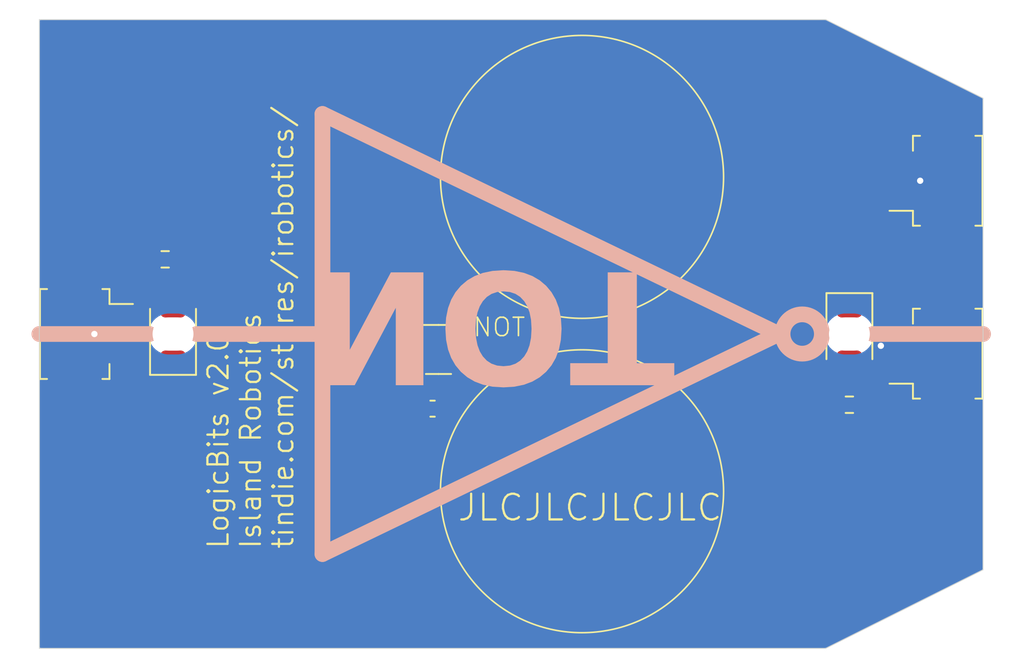
<source format=kicad_pcb>
(kicad_pcb (version 20240108) (generator "pcbnew") (generator_version "8.0")
  (layers (0 "F.Cu" signal) (31 "B.Cu" signal) (34 "B.Paste" user) (35 "F.Paste" user) (36 "B.SilkS" user "B.Silkscreen") (37 "F.SilkS" user "F.Silkscreen") (38 "B.Mask" user) (39 "F.Mask" user) (44 "Edge.Cuts" user))
  (net 0 "")
  (net 1 "GND")
  (net 2 "Net-(D1-A)")
  (net 3 "Net-(D3-A)")
  (net 4 "Net-(J1-Pin_1)")
  (net 6 "/Y")
  (net 7 "+5V")
  (footprint "Connector_Molex:Molex_PicoBlade_53261-0371_1x03-1MP_P1.25mm_Horizontal" (layer "F.Cu") (at 120.75 105 -90)
    (property "Reference" "J1" (hide yes))
    (property "Value" "Conn_01x03_Male" (hide yes))
    (fp_line (start -2.86 2.71) (end 2.86 2.71) (stroke (width 0.12)) (layer "F.SilkS"))
    (fp_line (start 2.86 2.71) (end 2.86 2.26) (stroke (width 0.12)) (layer "F.SilkS"))
    (fp_line (start -2.86 2.26) (end -2.86 2.71) (stroke (width 0.12)) (layer "F.SilkS"))
    (fp_line (start -2.86 -1.26) (end -2.86 -1.71) (stroke (width 0.12)) (layer "F.SilkS"))
    (fp_line (start 2.86 -1.26) (end 2.86 -1.71) (stroke (width 0.12)) (layer "F.SilkS"))
    (fp_line (start -2.86 -1.71) (end -1.91 -1.71) (stroke (width 0.12)) (layer "F.SilkS"))
    (fp_line (start -1.91 -1.71) (end -1.91 -3.2) (stroke (width 0.12)) (layer "F.SilkS"))
    (fp_line (start 2.86 -1.71) (end 1.91 -1.71) (stroke (width 0.12)) (layer "F.SilkS"))
    (pad "1" smd roundrect (at -1.25 -2.4 270) (size 0.8 1.6) (layers "F.Cu" "F.Paste" "F.Mask") (net 4 "Net-(J1-Pin_1)"))
    (pad "2" smd roundrect (at 0 -2.4 270) (size 0.8 1.6) (layers "F.Cu" "F.Paste" "F.Mask") (net 1 "GND"))
    (pad "3" smd roundrect (at 1.25 -2.4 270) (size 0.8 1.6) (layers "F.Cu" "F.Paste" "F.Mask") (net 7 "+5V"))
    (pad "MP" smd roundrect (at -3.8 0.5 270) (size 2.1 3) (layers "F.Cu" "F.Paste" "F.Mask") (roundrect_rratio 0.1190480952))
    (pad "MP" smd roundrect (at 3.8 0.5 270) (size 2.1 3) (layers "F.Cu" "F.Paste" "F.Mask") (roundrect_rratio 0.1190480952))
  )
  (footprint "Connector_Molex:Molex_PicoBlade_53261-0371_1x03-1MP_P1.25mm_Horizontal" (layer "F.Cu") (at 175.25 95.25 90)
    (property "Reference" "J4" (hide yes))
    (property "Value" "Conn_01x03_Male" (hide yes))
    (fp_line (start 2.86 -1.71) (end 1.91 -1.71) (stroke (width 0.12)) (layer "F.SilkS"))
    (fp_line (start -1.91 -1.71) (end -1.91 -3.2) (stroke (width 0.12)) (layer "F.SilkS"))
    (fp_line (start -2.86 -1.71) (end -1.91 -1.71) (stroke (width 0.12)) (layer "F.SilkS"))
    (fp_line (start 2.86 -1.26) (end 2.86 -1.71) (stroke (width 0.12)) (layer "F.SilkS"))
    (fp_line (start -2.86 -1.26) (end -2.86 -1.71) (stroke (width 0.12)) (layer "F.SilkS"))
    (fp_line (start -2.86 2.26) (end -2.86 2.71) (stroke (width 0.12)) (layer "F.SilkS"))
    (fp_line (start 2.86 2.71) (end 2.86 2.26) (stroke (width 0.12)) (layer "F.SilkS"))
    (fp_line (start -2.86 2.71) (end 2.86 2.71) (stroke (width 0.12)) (layer "F.SilkS"))
    (pad "1" smd roundrect (at -1.25 -2.4 90) (size 0.8 1.6) (layers "F.Cu" "F.Paste" "F.Mask") (net 6 "/Y"))
    (pad "2" smd roundrect (at 0 -2.4 90) (size 0.8 1.6) (layers "F.Cu" "F.Paste" "F.Mask") (net 1 "GND"))
    (pad "3" smd roundrect (at 1.25 -2.4 90) (size 0.8 1.6) (layers "F.Cu" "F.Paste" "F.Mask") (net 7 "+5V"))
    (pad "MP" smd roundrect (at -3.8 0.5 90) (size 2.1 3) (layers "F.Cu" "F.Paste" "F.Mask") (roundrect_rratio 0.1190480952))
    (pad "MP" smd roundrect (at 3.8 0.5 90) (size 2.1 3) (layers "F.Cu" "F.Paste" "F.Mask") (roundrect_rratio 0.1190480952))
  )
  (footprint "shurik-personal:LITE_ON_LTST_C230TBKT-LED_1206_3216Metric_ReverseMount" (layer "F.Cu") (at 169.5 105 -90)
    (property "Reference" "D3" (hide yes))
    (property "Value" "LED" (hide yes))
    (fp_line (start -2.6 1.46) (end 1.6 1.46) (stroke (width 0.12)) (layer "F.SilkS"))
    (fp_line (start -2.6 -1.46) (end -2.6 1.46) (stroke (width 0.12)) (layer "F.SilkS"))
    (fp_line (start 1.6 -1.46) (end -2.6 -1.46) (stroke (width 0.12)) (layer "F.SilkS"))
    (pad "" np_thru_hole oval (at 0 0 270) (size 2.1 2.6) (drill oval 2.1 2.6) (layers "F&B.Cu" "*.Mask"))
    (pad "1" smd roundrect (at -1.8 0 270) (size 1.5 1.6) (layers "F.Cu" "F.Paste" "F.Mask") (roundrect_rratio 0.2) (net 1 "GND"))
    (pad "2" smd roundrect (at 1.8 0 270) (size 1.5 1.6) (layers "F.Cu" "F.Paste" "F.Mask") (roundrect_rratio 0.2) (net 3 "Net-(D3-A)"))
  )
  (footprint "Package_TO_SOT_SMD:SOT-23-5" (layer "F.Cu") (at 143.3775 105.984)
    (property "Reference" "U1" (hide yes))
    (property "Value" "74LVC1G14" (hide yes))
    (fp_line (start 0 -1.56) (end -1.8 -1.56) (stroke (width 0.12)) (layer "F.SilkS"))
    (fp_line (start 0 -1.56) (end 0.8 -1.56) (stroke (width 0.12)) (layer "F.SilkS"))
    (fp_line (start 0 1.56) (end -0.8 1.56) (stroke (width 0.12)) (layer "F.SilkS"))
    (fp_line (start 0 1.56) (end 0.8 1.56) (stroke (width 0.12)) (layer "F.SilkS"))
    (pad "1" smd roundrect (at -1.1375 -0.95) (size 1.325 0.6) (layers "F.Cu" "F.Paste" "F.Mask"))
    (pad "2" smd roundrect (at -1.1375 0) (size 1.325 0.6) (layers "F.Cu" "F.Paste" "F.Mask") (net 4 "Net-(J1-Pin_1)"))
    (pad "3" smd roundrect (at -1.1375 0.95) (size 1.325 0.6) (layers "F.Cu" "F.Paste" "F.Mask") (net 1 "GND"))
    (pad "4" smd roundrect (at 1.1375 0.95) (size 1.325 0.6) (layers "F.Cu" "F.Paste" "F.Mask") (net 6 "/Y"))
    (pad "5" smd roundrect (at 1.1375 -0.95) (size 1.325 0.6) (layers "F.Cu" "F.Paste" "F.Mask") (net 7 "+5V"))
  )
  (footprint "shurik-personal:LITE_ON_LTST_C230TBKT-LED_1206_3216Metric_ReverseMount" (layer "F.Cu") (at 126.5 105 90)
    (property "Reference" "D1" (hide yes))
    (property "Value" "LED" (hide yes))
    (fp_line (start 1.6 -1.46) (end -2.6 -1.46) (stroke (width 0.12)) (layer "F.SilkS"))
    (fp_line (start -2.6 -1.46) (end -2.6 1.46) (stroke (width 0.12)) (layer "F.SilkS"))
    (fp_line (start -2.6 1.46) (end 1.6 1.46) (stroke (width 0.12)) (layer "F.SilkS"))
    (pad "" np_thru_hole oval (at 0 0 90) (size 2.1 2.6) (drill oval 2.1 2.6) (layers "F&B.Cu" "*.Mask"))
    (pad "1" smd roundrect (at -1.8 0 90) (size 1.5 1.6) (layers "F.Cu" "F.Paste" "F.Mask") (roundrect_rratio 0.2) (net 1 "GND"))
    (pad "2" smd roundrect (at 1.8 0 90) (size 1.5 1.6) (layers "F.Cu" "F.Paste" "F.Mask") (roundrect_rratio 0.2) (net 2 "Net-(D1-A)"))
  )
  (footprint "Resistor_SMD:R_0603_1608Metric" (layer "F.Cu") (at 169.5 109.5)
    (property "Reference" "R3" (hide yes))
    (property "Value" "330" (hide yes))
    (fp_line (start -0.237258 -0.5225) (end 0.237258 -0.5225) (stroke (width 0.12)) (layer "F.SilkS"))
    (fp_line (start -0.237258 0.5225) (end 0.237258 0.5225) (stroke (width 0.12)) (layer "F.SilkS"))
    (pad "1" smd roundrect (at -0.825 0) (size 0.8 0.95) (layers "F.Cu" "F.Paste" "F.Mask") (net 6 "/Y"))
    (pad "2" smd roundrect (at 0.825 0) (size 0.8 0.95) (layers "F.Cu" "F.Paste" "F.Mask") (net 3 "Net-(D3-A)"))
  )
  (footprint "Resistor_SMD:R_0603_1608Metric" (layer "F.Cu") (at 126 100.25)
    (property "Reference" "R1" (hide yes))
    (property "Value" "330" (hide yes))
    (fp_line (start -0.237258 -0.5225) (end 0.237258 -0.5225) (stroke (width 0.12)) (layer "F.SilkS"))
    (fp_line (start -0.237258 0.5225) (end 0.237258 0.5225) (stroke (width 0.12)) (layer "F.SilkS"))
    (pad "1" smd roundrect (at -0.825 0) (size 0.8 0.95) (layers "F.Cu" "F.Paste" "F.Mask") (net 4 "Net-(J1-Pin_1)"))
    (pad "2" smd roundrect (at 0.825 0) (size 0.8 0.95) (layers "F.Cu" "F.Paste" "F.Mask") (net 2 "Net-(D1-A)"))
  )
  (footprint "Capacitor_SMD:C_0603_1608Metric" (layer "F.Cu") (at 143 109.75 180)
    (property "Reference" "C1" (hide yes))
    (property "Value" "100nF" (hide yes))
    (fp_line (start -0.14058 0.51) (end 0.14058 0.51) (stroke (width 0.12)) (layer "F.SilkS"))
    (fp_line (start -0.14058 -0.51) (end 0.14058 -0.51) (stroke (width 0.12)) (layer "F.SilkS"))
    (pad "1" smd roundrect (at -0.775 0 180) (size 0.9 0.95) (layers "F.Cu" "F.Paste" "F.Mask") (net 7 "+5V"))
    (pad "2" smd roundrect (at 0.775 0 180) (size 0.9 0.95) (layers "F.Cu" "F.Paste" "F.Mask") (net 1 "GND"))
  )
  (footprint "Connector_Molex:Molex_PicoBlade_53261-0371_1x03-1MP_P1.25mm_Horizontal" (layer "F.Cu") (at 175.25 106.25 90)
    (property "Reference" "J3" (hide yes))
    (property "Value" "Conn_01x03_Male" (hide yes))
    (fp_line (start 2.86 -1.71) (end 1.91 -1.71) (stroke (width 0.12)) (layer "F.SilkS"))
    (fp_line (start -1.91 -1.71) (end -1.91 -3.2) (stroke (width 0.12)) (layer "F.SilkS"))
    (fp_line (start -2.86 -1.71) (end -1.91 -1.71) (stroke (width 0.12)) (layer "F.SilkS"))
    (fp_line (start 2.86 -1.26) (end 2.86 -1.71) (stroke (width 0.12)) (layer "F.SilkS"))
    (fp_line (start -2.86 -1.26) (end -2.86 -1.71) (stroke (width 0.12)) (layer "F.SilkS"))
    (fp_line (start -2.86 2.26) (end -2.86 2.71) (stroke (width 0.12)) (layer "F.SilkS"))
    (fp_line (start 2.86 2.71) (end 2.86 2.26) (stroke (width 0.12)) (layer "F.SilkS"))
    (fp_line (start -2.86 2.71) (end 2.86 2.71) (stroke (width 0.12)) (layer "F.SilkS"))
    (pad "1" smd roundrect (at -1.25 -2.4 90) (size 0.8 1.6) (layers "F.Cu" "F.Paste" "F.Mask") (net 6 "/Y"))
    (pad "2" smd roundrect (at 0 -2.4 90) (size 0.8 1.6) (layers "F.Cu" "F.Paste" "F.Mask") (net 1 "GND"))
    (pad "3" smd roundrect (at 1.25 -2.4 90) (size 0.8 1.6) (layers "F.Cu" "F.Paste" "F.Mask") (net 7 "+5V"))
    (pad "MP" smd roundrect (at -3.8 0.5 90) (size 2.1 3) (layers "F.Cu" "F.Paste" "F.Mask") (roundrect_rratio 0.1190480952))
    (pad "MP" smd roundrect (at 3.8 0.5 90) (size 2.1 3) (layers "F.Cu" "F.Paste" "F.Mask") (roundrect_rratio 0.1190480952))
  )
  (gr_line (start 128 105) (end 136 105) (stroke (width 1)) (layer "B.SilkS"))
  (gr_line (start 136 119) (end 165 105) (stroke (width 1)) (layer "B.SilkS"))
  (gr_line (start 136 91) (end 136 119) (stroke (width 1)) (layer "B.SilkS"))
  (gr_circle (center 166.5 105) (end 167.75 105) (stroke (width 1)) (fill none) (layer "B.SilkS"))
  (gr_line (start 165 105) (end 136 91) (stroke (width 1)) (layer "B.SilkS"))
  (gr_line (start 125 105) (end 118 105) (stroke (width 1)) (layer "B.SilkS"))
  (gr_line (start 178 105) (end 171 105) (stroke (width 1)) (layer "B.SilkS"))
  (gr_circle (center 152.5011 115.0036) (end 161.5011 115.0036) (stroke (width 0.1)) (fill none) (layer "F.SilkS"))
  (gr_circle (center 152.5011 95.0036) (end 161.5011 95.0036) (stroke (width 0.1)) (fill none) (layer "F.SilkS"))
  (gr_line (start 168 85) (end 118 85) (stroke (width 0.05)) (layer "Edge.Cuts"))
  (gr_line (start 178 90) (end 168 85) (stroke (width 0.05)) (layer "Edge.Cuts"))
  (gr_line (start 118 125) (end 168 125) (stroke (width 0.05)) (layer "Edge.Cuts"))
  (gr_line (start 168 125) (end 178 120) (stroke (width 0.05)) (layer "Edge.Cuts"))
  (gr_line (start 118 85) (end 118 125) (stroke (width 0.05)) (layer "Edge.Cuts"))
  (gr_line (start 178 120) (end 178 90) (stroke (width 0.05)) (layer "Edge.Cuts"))
  (gr_text "NOT" (at 146.75 104 180) (layer "B.SilkS") (effects (font (size 7.04 7.04) (thickness 0.96)) (justify mirror)))
  (gr_text "JLCJLCJLCJLC" (at 144.5011 117.0036 0) (layer "F.SilkS") (effects (font (size 1.63576 1.63576) (thickness 0.14224)) (justify left bottom)))
  (gr_text "LogicBits v2.0\nIsland Robotics\ntindie.com/stores/irobotics/" (at 134.25 118.75 90) (layer "F.SilkS") (effects (font (size 1.28016 1.28016) (thickness 0.14224)) (justify left bottom)))
  (gr_text "NOT" (at 145.5 105.25 0) (layer "F.SilkS") (effects (font (size 1.1684 1.1684) (thickness 0.1016)) (justify left bottom)))
  (segment (start 123.75 105) (end 125.55 106.8) (width 0.3) (layer "F.Cu") (net 1))
  (segment (start 126.7 107) (end 142.174 107) (width 0.3) (layer "F.Cu") (net 1))
  (segment (start 125.55 106.8) (end 126.5 106.8) (width 0.3) (layer "F.Cu") (net 1))
  (segment (start 142.24 106.934) (end 142.24 109.735) (width 0.3) (layer "F.Cu") (net 1))
  (segment (start 171.75 106.25) (end 171.5 106) (width 0.3) (layer "F.Cu") (net 1))
  (segment (start 171.5 105.75) (end 171.5 103.75) (width 0.3) (layer "F.Cu") (net 1))
  (segment (start 123.15 105) (end 123.75 105) (width 0.3) (layer "F.Cu") (net 1))
  (segment (start 142.174 107) (end 142.24 106.934) (width 0.3) (layer "F.Cu") (net 1))
  (segment (start 123.15 105) (end 121.5 105) (width 0.3) (layer "F.Cu") (net 1))
  (segment (start 170.95 103.2) (end 169.5 103.2) (width 0.3) (layer "F.Cu") (net 1))
  (segment (start 142.24 109.735) (end 142.225 109.75) (width 0.3) (layer "F.Cu") (net 1))
  (segment (start 172.85 106.25) (end 171.75 106.25) (width 0.3) (layer "F.Cu") (net 1))
  (segment (start 171.5 106) (end 171.5 105.75) (width 0.3) (layer "F.Cu") (net 1))
  (segment (start 171.5 103.75) (end 170.95 103.2) (width 0.3) (layer "F.Cu") (net 1))
  (segment (start 126.5 106.8) (end 126.7 107) (width 0.3) (layer "F.Cu") (net 1))
  (segment (start 172.85 95.25) (end 174 95.25) (width 0.25) (layer "F.Cu") (net 1))
  (segment (start 142.25 106.944) (end 142.24 106.934) (width 0.3) (layer "F.Cu") (net 1))
  (via (at 171.5 105.75) (size 0.8) (drill 0.4) (layers "F.Cu" "B.Cu") (net 1))
  (via (at 174 95.25) (size 0.8) (drill 0.4) (layers "F.Cu" "B.Cu") (net 1))
  (via (at 121.5 105) (size 0.8) (drill 0.4) (layers "F.Cu" "B.Cu") (net 1))
  (segment (start 126.5 103.2) (end 126.5 101.5) (width 0.25) (layer "F.Cu") (net 2))
  (segment (start 126.5 101.5) (end 126.825 101.175) (width 0.25) (layer "F.Cu") (net 2))
  (segment (start 126.825 101.175) (end 126.825 100.25) (width 0.25) (layer "F.Cu") (net 2))
  (segment (start 169.5 106.8) (end 169.5 107.8) (width 0.3) (layer "F.Cu") (net 3))
  (segment (start 170.325 108.625) (end 170.325 109.5) (width 0.3) (layer "F.Cu") (net 3))
  (segment (start 169.5 107.8) (end 170.325 108.625) (width 0.3) (layer "F.Cu") (net 3))
  (segment (start 123.15 103.75) (end 123.15 101.6) (width 0.3) (layer "F.Cu") (net 4))
  (segment (start 139.25 105.984) (end 142.24 105.984) (width 0.3) (layer "F.Cu") (net 4))
  (segment (start 125.175 100.25) (end 126.175 99.25) (width 0.3) (layer "F.Cu") (net 4))
  (segment (start 126.175 99.25) (end 132.516 99.25) (width 0.3) (layer "F.Cu") (net 4))
  (segment (start 124.5 100.25) (end 125.175 100.25) (width 0.3) (layer "F.Cu") (net 4))
  (segment (start 132.516 99.25) (end 139.25 105.984) (width 0.3) (layer "F.Cu") (net 4))
  (segment (start 123.15 101.6) (end 124.5 100.25) (width 0.3) (layer "F.Cu") (net 4))
  (segment (start 171 110.75) (end 172.85 108.9) (width 0.3) (layer "F.Cu") (net 6))
  (segment (start 163.934 106.934) (end 163.934 102.566) (width 0.3) (layer "F.Cu") (net 6))
  (segment (start 168.75 110.75) (end 171 110.75) (width 0.3) (layer "F.Cu") (net 6))
  (segment (start 163.934 102.566) (end 170 96.5) (width 0.3) (layer "F.Cu") (net 6))
  (segment (start 163.934 106.934) (end 164 107) (width 0.3) (layer "F.Cu") (net 6))
  (segment (start 168.675 109.5) (end 168.675 110.675) (width 0.3) (layer "F.Cu") (net 6))
  (segment (start 172.85 108.9) (end 172.85 107.5) (width 0.3) (layer "F.Cu") (net 6))
  (segment (start 170 96.5) (end 172.85 96.5) (width 0.3) (layer "F.Cu") (net 6))
  (segment (start 167.75 110.75) (end 168.75 110.75) (width 0.3) (layer "F.Cu") (net 6))
  (segment (start 144.515 106.934) (end 163.934 106.934) (width 0.3) (layer "F.Cu") (net 6))
  (segment (start 168.675 110.675) (end 168.75 110.75) (width 0.3) (layer "F.Cu") (net 6))
  (segment (start 164 107) (end 167.75 110.75) (width 0.3) (layer "F.Cu") (net 6))
  (segment (start 143.4 106.149) (end 143.4 109.375) (width 0.3) (layer "F.Cu") (net 7))
  (segment (start 144.5 99.2) (end 144.5 105.019) (width 0.3) (layer "F.Cu") (net 7))
  (segment (start 173.5 105) (end 172.25 105) (width 0.3) (layer "F.Cu") (net 7))
  (segment (start 172.85 105) (end 174.25 105) (width 0.3) (layer "F.Cu") (net 7))
  (segment (start 144.515 105.034) (end 143.4 106.149) (width 0.3) (layer "F.Cu") (net 7))
  (segment (start 149.7 94) (end 144.5 99.2) (width 0.3) (layer "F.Cu") (net 7))
  (segment (start 174.75 108) (end 170.95 111.8) (width 0.3) (layer "F.Cu") (net 7))
  (segment (start 143.775 111.5) (end 143.775 109.75) (width 0.3) (layer "F.Cu") (net 7))
  (segment (start 174.25 105) (end 174.75 105.5) (width 0.3) (layer "F.Cu") (net 7))
  (segment (start 144.075 111.8) (end 143.775 111.5) (width 0.3) (layer "F.Cu") (net 7))
  (segment (start 128.4 111.5) (end 143.775 111.5) (width 0.3) (layer "F.Cu") (net 7))
  (segment (start 144.5 105.019) (end 144.515 105.034) (width 0.3) (layer "F.Cu") (net 7))
  (segment (start 174.75 105.5) (end 174.75 108) (width 0.3) (layer "F.Cu") (net 7))
  (segment (start 143.775 109.75) (end 143.4 109.375) (width 0.3) (layer "F.Cu") (net 7))
  (segment (start 170.95 111.8) (end 144.075 111.8) (width 0.3) (layer "F.Cu") (net 7))
  (segment (start 172.85 94) (end 149.7 94) (width 0.3) (layer "F.Cu") (net 7))
  (segment (start 123.15 106.25) (end 128.4 111.5) (width 0.3) (layer "F.Cu") (net 7))
  (zone (net 1) (net_name "GND") (layer "B.Cu") (priority 6) (connect_pads (clearance 0.000001)) (min_thickness 0.1) (fill yes (thermal_gap 0.25) (thermal_bridge_width 0.25))
    (polygon (pts (xy 180.6011 90.443227) (xy 180.6011 119.563973) (xy 169.75 126) (xy 115.5 126) (xy 116 84.25) (xy 170.25 83.75)))
  )
)
</source>
